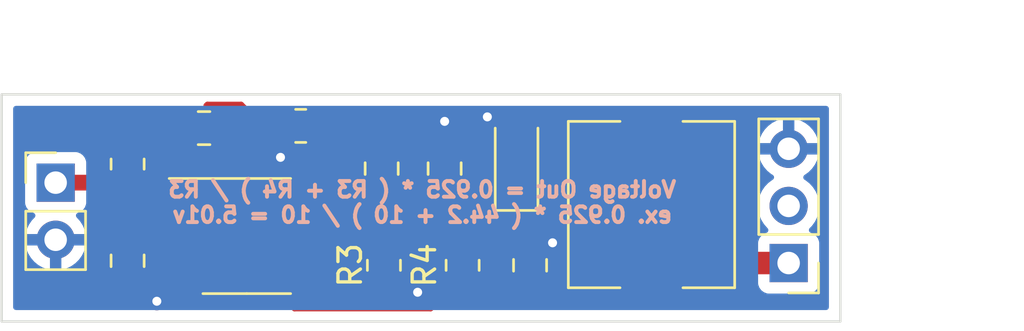
<source format=kicad_pcb>
(kicad_pcb (version 20211014) (generator pcbnew)
  (layers (0 "F.Cu" signal) (31 "B.Cu" signal) (34 "B.Paste" user) (35 "F.Paste" user) (36 "B.SilkS" user "B.Silkscreen") (37 "F.SilkS" user "F.Silkscreen") (38 "B.Mask" user) (39 "F.Mask" user) (44 "Edge.Cuts" user))
  (net 0 "")
  (net 1 "GND")
  (net 2 "Net-(U1-Pad8)")
  (net 3 "Net-(R1-Pad2)")
  (net 4 "Net-(U1-Pad6)")
  (net 5 "Net-(L1-Pad2)")
  (net 6 "Net-(L1-Pad1)")
  (net 7 "Net-(C4-Pad2)")
  (net 8 "Net-(R2-Pad2)")
  (net 9 "Net-(R4-Pad2)")
  (net 10 "Net-(C6-Pad2)")
  (footprint "Resistor_SMD:R_0805_2012Metric" (layer "F.Cu") (at 149.1 83)
    (fp_text reference "R1" hide)
    (fp_text value "6.8K")
    (fp_line (start -0.227064 -0.735) (end 0.227064 -0.735) (layer "F.SilkS") (width 0.12))
    (fp_line (start -0.227064 0.735) (end 0.227064 0.735) (layer "F.SilkS") (width 0.12))
    (pad "1" smd roundrect (at -0.9125 0) (size 1.025 1.4) (layers "F.Cu" "F.Paste" "F.Mask") (roundrect_rratio 0.243902) (net 1 "GND"))
    (pad "2" smd roundrect (at 0.9125 0) (size 1.025 1.4) (layers "F.Cu" "F.Paste" "F.Mask") (roundrect_rratio 0.243902) (net 3 "Net-(R1-Pad2)"))
  )
  (footprint "Connector_PinHeader_2.54mm:PinHeader_1x03_P2.54mm_Vertical" (layer "F.Cu") (at 170.8 89.1 180)
    (fp_text reference "J2" hide)
    (fp_text value "OUTPUT")
    (fp_line (start -1.33 1.27) (end 1.33 1.27) (layer "F.SilkS") (width 0.12))
    (fp_line (start -1.33 6.41) (end 1.33 6.41) (layer "F.SilkS") (width 0.12))
    (fp_line (start 1.33 1.27) (end 1.33 6.41) (layer "F.SilkS") (width 0.12))
    (fp_line (start -1.33 0) (end -1.33 -1.33) (layer "F.SilkS") (width 0.12))
    (fp_line (start -1.33 -1.33) (end 0 -1.33) (layer "F.SilkS") (width 0.12))
    (fp_line (start -1.33 1.27) (end -1.33 6.41) (layer "F.SilkS") (width 0.12))
    (pad "1" thru_hole rect (at 0 0 180) (size 1.7 1.7) (drill 1) (layers *.Cu *.Mask) (net 6 "Net-(L1-Pad1)"))
    (pad "2" thru_hole oval (at 0 2.54 180) (size 1.7 1.7) (drill 1) (layers *.Cu *.Mask))
    (pad "3" thru_hole oval (at 0 5.08 180) (size 1.7 1.7) (drill 1) (layers *.Cu *.Mask) (net 1 "GND"))
  )
  (footprint "Resistor_SMD:R_0805_2012Metric" (layer "F.Cu") (at 156.3 89.2 90)
    (fp_text reference "R4" (at 0 -1.7 90) (layer "F.SilkS"))
    (fp_text value "44.2K")
    (fp_line (start -0.227064 -0.735) (end 0.227064 -0.735) (layer "F.SilkS") (width 0.12))
    (fp_line (start -0.227064 0.735) (end 0.227064 0.735) (layer "F.SilkS") (width 0.12))
    (pad "1" smd roundrect (at -0.9125 0 90) (size 1.025 1.4) (layers "F.Cu" "F.Paste" "F.Mask") (roundrect_rratio 0.243902) (net 6 "Net-(L1-Pad1)"))
    (pad "2" smd roundrect (at 0.9125 0 90) (size 1.025 1.4) (layers "F.Cu" "F.Paste" "F.Mask") (roundrect_rratio 0.243902) (net 9 "Net-(R4-Pad2)"))
  )
  (footprint "Diode_SMD:Nexperia_CFP3_SOD-123W" (layer "F.Cu") (at 158.7 84.5 90)
    (fp_text reference "D1" hide)
    (fp_text value "SS34")
    (fp_line (start -2.26 -0.95) (end 1.4 -0.95) (layer "F.SilkS") (width 0.12))
    (fp_line (start -2.26 -0.95) (end -2.26 0.95) (layer "F.SilkS") (width 0.12))
    (fp_line (start -2.26 0.95) (end 1.4 0.95) (layer "F.SilkS") (width 0.12))
    (pad "1" smd rect (at -1.4 0 90) (size 1.2 1.2) (layers "F.Cu" "F.Paste" "F.Mask") (net 5 "Net-(L1-Pad2)"))
    (pad "2" smd rect (at 1.4 0 90) (size 1.2 1.2) (layers "F.Cu" "F.Paste" "F.Mask") (net 1 "GND"))
  )
  (footprint "Connector_PinHeader_2.54mm:PinHeader_1x02_P2.54mm_Vertical" (layer "F.Cu") (at 138.2 85.525)
    (fp_text reference "J1" hide)
    (fp_text value "INPUT")
    (fp_line (start -1.33 1.27) (end 1.33 1.27) (layer "F.SilkS") (width 0.12))
    (fp_line (start -1.33 -1.33) (end 0 -1.33) (layer "F.SilkS") (width 0.12))
    (fp_line (start -1.33 1.27) (end -1.33 3.87) (layer "F.SilkS") (width 0.12))
    (fp_line (start -1.33 3.87) (end 1.33 3.87) (layer "F.SilkS") (width 0.12))
    (fp_line (start -1.33 0) (end -1.33 -1.33) (layer "F.SilkS") (width 0.12))
    (fp_line (start 1.33 1.27) (end 1.33 3.87) (layer "F.SilkS") (width 0.12))
    (pad "1" thru_hole rect (at 0 0) (size 1.7 1.7) (drill 1) (layers *.Cu *.Mask) (net 10 "Net-(C6-Pad2)"))
    (pad "2" thru_hole oval (at 0 2.54) (size 1.7 1.7) (drill 1) (layers *.Cu *.Mask) (net 1 "GND"))
  )
  (footprint "Inductor_SMD:L_7.3x7.3_H3.5" (layer "F.Cu") (at 164.7 86.5 90)
    (fp_text reference "L1" hide)
    (fp_text value "10uH")
    (fp_line (start 3.7 -3.7) (end 3.7 -1.4) (layer "F.SilkS") (width 0.12))
    (fp_line (start -3.7 3.7) (end -3.7 1.4) (layer "F.SilkS") (width 0.12))
    (fp_line (start -3.7 -1.4) (end -3.7 -3.7) (layer "F.SilkS") (width 0.12))
    (fp_line (start 3.7 3.7) (end -3.7 3.7) (layer "F.SilkS") (width 0.12))
    (fp_line (start -3.7 -3.7) (end 3.7 -3.7) (layer "F.SilkS") (width 0.12))
    (fp_line (start 3.7 1.4) (end 3.7 3.7) (layer "F.SilkS") (width 0.12))
    (pad "1" smd rect (at -3.2 0 90) (size 1.5 2.2) (layers "F.Cu" "F.Paste" "F.Mask") (net 6 "Net-(L1-Pad1)"))
    (pad "2" smd rect (at 3.2 0 90) (size 1.5 2.2) (layers "F.Cu" "F.Paste" "F.Mask") (net 5 "Net-(L1-Pad2)"))
  )
  (footprint "Resistor_SMD:R_0805_2012Metric" (layer "F.Cu") (at 141.4 84.7 90)
    (fp_text reference "R2" hide)
    (fp_text value "100K")
    (fp_line (start -0.227064 -0.735) (end 0.227064 -0.735) (layer "F.SilkS") (width 0.12))
    (fp_line (start -0.227064 0.735) (end 0.227064 0.735) (layer "F.SilkS") (width 0.12))
    (pad "1" smd roundrect (at -0.9125 0 90) (size 1.025 1.4) (layers "F.Cu" "F.Paste" "F.Mask") (roundrect_rratio 0.243902) (net 10 "Net-(C6-Pad2)"))
    (pad "2" smd roundrect (at 0.9125 0 90) (size 1.025 1.4) (layers "F.Cu" "F.Paste" "F.Mask") (roundrect_rratio 0.243902) (net 8 "Net-(R2-Pad2)"))
  )
  (footprint "Capacitor_SMD:C_0805_2012Metric" (layer "F.Cu") (at 141.4 89 90)
    (fp_text reference "C6" hide)
    (fp_text value "22uF")
    (fp_line (start -0.261252 0.735) (end 0.261252 0.735) (layer "F.SilkS") (width 0.12))
    (fp_line (start -0.261252 -0.735) (end 0.261252 -0.735) (layer "F.SilkS") (width 0.12))
    (pad "1" smd roundrect (at -0.95 0 90) (size 1 1.45) (layers "F.Cu" "F.Paste" "F.Mask") (net 1 "GND"))
    (pad "2" smd roundrect (at 0.95 0 90) (size 1 1.45) (layers "F.Cu" "F.Paste" "F.Mask") (net 10 "Net-(C6-Pad2)"))
  )
  (footprint "Package_SO:SOIC-8_3.9x4.9mm_P1.27mm" (layer "F.Cu") (at 146.7 87.9)
    (fp_text reference "U1" hide)
    (fp_text value "MP2303ADN")
    (fp_line (start 0 -2.56) (end 1.95 -2.56) (layer "F.SilkS") (width 0.12))
    (fp_line (start 0 2.56) (end 1.95 2.56) (layer "F.SilkS") (width 0.12))
    (fp_line (start 0 -2.56) (end -3.45 -2.56) (layer "F.SilkS") (width 0.12))
    (fp_line (start 0 2.56) (end -1.95 2.56) (layer "F.SilkS") (width 0.12))
    (pad "1" smd roundrect (at -2.475 -1.905) (size 1.95 0.6) (layers "F.Cu" "F.Paste" "F.Mask") (net 7 "Net-(C4-Pad2)"))
    (pad "2" smd roundrect (at -2.475 -0.635) (size 1.95 0.6) (layers "F.Cu" "F.Paste" "F.Mask") (net 10 "Net-(C6-Pad2)"))
    (pad "3" smd roundrect (at -2.475 0.635) (size 1.95 0.6) (layers "F.Cu" "F.Paste" "F.Mask") (net 5 "Net-(L1-Pad2)"))
    (pad "4" smd roundrect (at -2.475 1.905) (size 1.95 0.6) (layers "F.Cu" "F.Paste" "F.Mask") (net 1 "GND"))
    (pad "5" smd roundrect (at 2.475 1.905) (size 1.95 0.6) (layers "F.Cu" "F.Paste" "F.Mask") (net 9 "Net-(R4-Pad2)"))
    (pad "6" smd roundrect (at 2.475 0.635) (size 1.95 0.6) (layers "F.Cu" "F.Paste" "F.Mask") (net 4 "Net-(U1-Pad6)"))
    (pad "7" smd roundrect (at 2.475 -0.635) (size 1.95 0.6) (layers "F.Cu" "F.Paste" "F.Mask") (net 8 "Net-(R2-Pad2)"))
    (pad "8" smd roundrect (at 2.475 -1.905) (size 1.95 0.6) (layers "F.Cu" "F.Paste" "F.Mask") (net 2 "Net-(U1-Pad8)"))
  )
  (footprint "Capacitor_SMD:C_0805_2012Metric" (layer "F.Cu") (at 152.7 84.9 -90)
    (fp_text reference "C2" hide)
    (fp_text value "3.9nF")
    (fp_line (start -0.261252 -0.735) (end 0.261252 -0.735) (layer "F.SilkS") (width 0.12))
    (fp_line (start -0.261252 0.735) (end 0.261252 0.735) (layer "F.SilkS") (width 0.12))
    (pad "1" smd roundrect (at -0.95 0 270) (size 1 1.45) (layers "F.Cu" "F.Paste" "F.Mask") (net 3 "Net-(R1-Pad2)"))
    (pad "2" smd roundrect (at 0.95 0 270) (size 1 1.45) (layers "F.Cu" "F.Paste" "F.Mask") (net 4 "Net-(U1-Pad6)"))
  )
  (footprint "Capacitor_SMD:C_0805_2012Metric" (layer "F.Cu") (at 155.5 84.9 -90)
    (fp_text reference "C1" hide)
    (fp_text value "100nF")
    (fp_line (start -0.261252 0.735) (end 0.261252 0.735) (layer "F.SilkS") (width 0.12))
    (fp_line (start -0.261252 -0.735) (end 0.261252 -0.735) (layer "F.SilkS") (width 0.12))
    (pad "1" smd roundrect (at -0.95 0 270) (size 1 1.45) (layers "F.Cu" "F.Paste" "F.Mask") (net 1 "GND"))
    (pad "2" smd roundrect (at 0.95 0 270) (size 1 1.45) (layers "F.Cu" "F.Paste" "F.Mask") (net 2 "Net-(U1-Pad8)"))
  )
  (footprint "Capacitor_SMD:C_0805_2012Metric" (layer "F.Cu") (at 159.3 89.2 -90)
    (fp_text reference "C5" hide)
    (fp_text value "22uF")
    (fp_line (start -0.261252 0.735) (end 0.261252 0.735) (layer "F.SilkS") (width 0.12))
    (fp_line (start -0.261252 -0.735) (end 0.261252 -0.735) (layer "F.SilkS") (width 0.12))
    (pad "1" smd roundrect (at -0.95 0 270) (size 1 1.45) (layers "F.Cu" "F.Paste" "F.Mask") (net 1 "GND"))
    (pad "2" smd roundrect (at 0.95 0 270) (size 1 1.45) (layers "F.Cu" "F.Paste" "F.Mask") (net 6 "Net-(L1-Pad1)"))
  )
  (footprint "Resistor_SMD:R_0805_2012Metric" (layer "F.Cu") (at 152.8 89.2 90)
    (fp_text reference "R3" (at 0 -1.5 90) (layer "F.SilkS"))
    (fp_text value "10K")
    (fp_line (start -0.227064 0.735) (end 0.227064 0.735) (layer "F.SilkS") (width 0.12))
    (fp_line (start -0.227064 -0.735) (end 0.227064 -0.735) (layer "F.SilkS") (width 0.12))
    (pad "1" smd roundrect (at -0.9125 0 90) (size 1.025 1.4) (layers "F.Cu" "F.Paste" "F.Mask") (roundrect_rratio 0.243902) (net 1 "GND"))
    (pad "2" smd roundrect (at 0.9125 0 90) (size 1.025 1.4) (layers "F.Cu" "F.Paste" "F.Mask") (roundrect_rratio 0.243902) (net 9 "Net-(R4-Pad2)"))
  )
  (footprint "Capacitor_SMD:C_0805_2012Metric" (layer "F.Cu") (at 144.8 83.1 180)
    (fp_text reference "C4" hide)
    (fp_text value "10nF")
    (fp_line (start -0.261252 0.735) (end 0.261252 0.735) (layer "F.SilkS") (width 0.12))
    (fp_line (start -0.261252 -0.735) (end 0.261252 -0.735) (layer "F.SilkS") (width 0.12))
    (pad "1" smd roundrect (at -0.95 0 180) (size 1 1.45) (layers "F.Cu" "F.Paste" "F.Mask") (net 5 "Net-(L1-Pad2)"))
    (pad "2" smd roundrect (at 0.95 0 180) (size 1 1.45) (layers "F.Cu" "F.Paste" "F.Mask") (net 7 "Net-(C4-Pad2)"))
  )
  (gr_rect (start 135.8 81.6) (end 173.1 91.7) (layer "Edge.Cuts") (width 0.1) (fill none))
  (gr_text "Voltage Out = 0.925 * ( R3 + R4 ) / R3\nex. 0.925 * ( 44.2 + 10 ) / 10 = 5.01v" (at 154.5 86.4) (layer "B.SilkS") (effects (font (size 0.7 0.7) (thickness 0.175)) (justify mirror)))
  (segment (start 154.0125 90.1125) (end 154.3 90.4) (width 0.25) (layer "F.Cu") (net 1))
  (segment (start 148.1875 83) (end 148.1875 84.3875) (width 0.25) (layer "F.Cu") (net 1))
  (segment (start 144.225 89.805) (end 141.545 89.805) (width 0.25) (layer "F.Cu") (net 1))
  (segment (start 141.4 89.95) (end 141.85 89.95) (width 0.25) (layer "F.Cu") (net 1))
  (segment (start 141.85 89.95) (end 142.7 90.8) (width 0.25) (layer "F.Cu") (net 1))
  (segment (start 158.7 83.1) (end 157.9 83.1) (width 0.25) (layer "F.Cu") (net 1))
  (segment (start 157.9 83.1) (end 157.4 82.6) (width 0.25) (layer "F.Cu") (net 1))
  (segment (start 152.8 90.1125) (end 154.0125 90.1125) (width 0.25) (layer "F.Cu") (net 1))
  (segment (start 160.25 88.25) (end 160.3 88.2) (width 0.25) (layer "F.Cu") (net 1))
  (segment (start 159.3 88.25) (end 160.25 88.25) (width 0.25) (layer "F.Cu") (net 1))
  (segment (start 141.545 89.805) (end 141.4 89.95) (width 0.25) (layer "F.Cu") (net 1))
  (segment (start 155.5 83.95) (end 155.5 82.8) (width 0.25) (layer "F.Cu") (net 1))
  (segment (start 148.1875 84.3875) (end 148.2 84.4) (width 0.25) (layer "F.Cu") (net 1))
  (via (at 148.2 84.4) (size 0.8) (drill 0.4) (layers "F.Cu" "B.Cu") (net 1))
  (via (at 142.7 90.8) (size 0.8) (drill 0.4) (layers "F.Cu" "B.Cu") (net 1))
  (via (at 160.3 88.2) (size 0.8) (drill 0.4) (layers "F.Cu" "B.Cu") (net 1))
  (via (at 155.5 82.8) (size 0.8) (drill 0.4) (layers "F.Cu" "B.Cu") (net 1))
  (via (at 154.3 90.4) (size 0.8) (drill 0.4) (layers "F.Cu" "B.Cu") (net 1))
  (via (at 157.4 82.6) (size 0.8) (drill 0.4) (layers "F.Cu" "B.Cu") (net 1))
  (segment (start 155.5 85.85) (end 154.65 85.85) (width 0.25) (layer "F.Cu") (net 2))
  (segment (start 153.8 85) (end 150.3 85) (width 0.25) (layer "F.Cu") (net 2))
  (segment (start 154.65 85.85) (end 153.8 85) (width 0.25) (layer "F.Cu") (net 2))
  (segment (start 150.3 85) (end 149.305 85.995) (width 0.25) (layer "F.Cu") (net 2))
  (segment (start 149.305 85.995) (end 149.175 85.995) (width 0.25) (layer "F.Cu") (net 2))
  (segment (start 152.7 83.95) (end 152.7 83.8) (width 0.25) (layer "F.Cu") (net 3))
  (segment (start 152.7 83.8) (end 151.8 82.9) (width 0.25) (layer "F.Cu") (net 3))
  (segment (start 150.1125 82.9) (end 150.0125 83) (width 0.25) (layer "F.Cu") (net 3))
  (segment (start 151.8 82.9) (end 150.1125 82.9) (width 0.25) (layer "F.Cu") (net 3))
  (segment (start 150.9 88.5) (end 150.865 88.535) (width 0.25) (layer "F.Cu") (net 4))
  (segment (start 152.7 86) (end 150.9 87.8) (width 0.25) (layer "F.Cu") (net 4))
  (segment (start 150.865 88.535) (end 149.175 88.535) (width 0.25) (layer "F.Cu") (net 4))
  (segment (start 152.7 85.85) (end 152.7 86) (width 0.25) (layer "F.Cu") (net 4))
  (segment (start 150.9 87.8) (end 150.9 88.5) (width 0.25) (layer "F.Cu") (net 4))
  (segment (start 148.824511 91.124511) (end 145.55 87.85) (width 0.25) (layer "F.Cu") (net 5))
  (segment (start 157.8 86.8) (end 157.8 89.1) (width 0.25) (layer "F.Cu") (net 5))
  (segment (start 155.612027 89.27548) (end 155 89.887507) (width 0.25) (layer "F.Cu") (net 5))
  (segment (start 145.75 83.1) (end 145.75 87.65) (width 0.25) (layer "F.Cu") (net 5))
  (segment (start 158.7 85.9) (end 157.8 86.8) (width 0.25) (layer "F.Cu") (net 5))
  (segment (start 154.875489 91.124511) (end 148.824511 91.124511) (width 0.25) (layer "F.Cu") (net 5))
  (segment (start 145.55 87.85) (end 144.865 88.535) (width 0.25) (layer "F.Cu") (net 5))
  (segment (start 161.3 83.3) (end 158.7 85.9) (width 0.25) (layer "F.Cu") (net 5))
  (segment (start 155 90) (end 155.024511 90.024511) (width 0.25) (layer "F.Cu") (net 5))
  (segment (start 157.8 89.1) (end 157.62452 89.27548) (width 0.25) (layer "F.Cu") (net 5))
  (segment (start 155 89.887507) (end 155 90) (width 0.25) (layer "F.Cu") (net 5))
  (segment (start 164.7 83.3) (end 161.3 83.3) (width 0.25) (layer "F.Cu") (net 5))
  (segment (start 157.62452 89.27548) (end 155.612027 89.27548) (width 0.25) (layer "F.Cu") (net 5))
  (segment (start 145.75 87.65) (end 145.55 87.85) (width 0.25) (layer "F.Cu") (net 5))
  (segment (start 144.865 88.535) (end 144.225 88.535) (width 0.25) (layer "F.Cu") (net 5))
  (segment (start 155.024511 90.024511) (end 155.024511 90.975489) (width 0.25) (layer "F.Cu") (net 5))
  (segment (start 155.024511 90.975489) (end 154.875489 91.124511) (width 0.25) (layer "F.Cu") (net 5))
  (segment (start 159.3 90.15) (end 156.3375 90.15) (width 0.25) (layer "F.Cu") (net 6))
  (segment (start 164.7 89.7) (end 159.75 89.7) (width 0.25) (layer "F.Cu") (net 6))
  (segment (start 170.8 89.1) (end 165.3 89.1) (width 1) (layer "F.Cu") (net 6))
  (segment (start 159.75 89.7) (end 159.3 90.15) (width 0.25) (layer "F.Cu") (net 6))
  (segment (start 156.3375 90.15) (end 156.3 90.1125) (width 0.25) (layer "F.Cu") (net 6))
  (segment (start 143 83.1) (end 142.7 82.8) (width 0.25) (layer "F.Cu") (net 7))
  (segment (start 143.85 83.1) (end 143 83.1) (width 0.25) (layer "F.Cu") (net 7))
  (segment (start 140.3 83.1) (end 140.3 84.6) (width 0.25) (layer "F.Cu") (net 7))
  (segment (start 142.7 82.8) (end 140.6 82.8) (width 0.25) (layer "F.Cu") (net 7))
  (segment (start 140.6 82.8) (end 140.3 83.1) (width 0.25) (layer "F.Cu") (net 7))
  (segment (start 140.3 84.6) (end 140.32452 84.62452) (width 0.25) (layer "F.Cu") (net 7))
  (segment (start 143.395 85.995) (end 144.225 85.995) (width 0.25) (layer "F.Cu") (net 7))
  (segment (start 142.02452 84.62452) (end 143.395 85.995) (width 0.25) (layer "F.Cu") (net 7))
  (segment (start 140.32452 84.62452) (end 142.02452 84.62452) (width 0.25) (layer "F.Cu") (net 7))
  (segment (start 142.84952 84.14952) (end 143.4 84.7) (width 0.25) (layer "F.Cu") (net 8))
  (segment (start 143.4 84.7) (end 144.7 84.7) (width 0.25) (layer "F.Cu") (net 8))
  (segment (start 146.45048 82.05048) (end 146.8 82.4) (width 0.25) (layer "F.Cu") (net 8))
  (segment (start 141.76202 84.14952) (end 142.84952 84.14952) (width 0.25) (layer "F.Cu") (net 8))
  (segment (start 146.8 82.4) (end 146.8 86.2) (width 0.25) (layer "F.Cu") (net 8))
  (segment (start 141.4 83.7875) (end 141.76202 84.14952) (width 0.25) (layer "F.Cu") (net 8))
  (segment (start 144.94952 82.05048) (end 146.45048 82.05048) (width 0.25) (layer "F.Cu") (net 8))
  (segment (start 146.8 86.2) (end 147.865 87.265) (width 0.25) (layer "F.Cu") (net 8))
  (segment (start 144.9 82.1) (end 144.94952 82.05048) (width 0.25) (layer "F.Cu") (net 8))
  (segment (start 144.7 84.7) (end 144.9 84.5) (width 0.25) (layer "F.Cu") (net 8))
  (segment (start 144.9 84.5) (end 144.9 82.1) (width 0.25) (layer "F.Cu") (net 8))
  (segment (start 147.865 87.265) (end 149.175 87.265) (width 0.25) (layer "F.Cu") (net 8))
  (segment (start 156.3 88.2875) (end 152.8 88.2875) (width 0.25) (layer "F.Cu") (net 9))
  (segment (start 152.4125 88.2875) (end 152.8 88.2875) (width 0.25) (layer "F.Cu") (net 9))
  (segment (start 150.895 89.805) (end 152.4125 88.2875) (width 0.25) (layer "F.Cu") (net 9))
  (segment (start 149.175 89.805) (end 150.895 89.805) (width 0.25) (layer "F.Cu") (net 9))
  (segment (start 144.225 87.265) (end 143.065 87.265) (width 0.25) (layer "F.Cu") (net 10))
  (segment (start 141.4125 85.6125) (end 141.4 85.6125) (width 0.25) (layer "F.Cu") (net 10))
  (segment (start 141.3125 85.525) (end 141.4 85.6125) (width 0.25) (layer "F.Cu") (net 10))
  (segment (start 143.065 87.265) (end 141.4125 85.6125) (width 0.25) (layer "F.Cu") (net 10))
  (segment (start 138.2 85.525) (end 141.3125 85.525) (width 0.7) (layer "F.Cu") (net 10))
  (segment (start 141.4 88.05) (end 141.4 85.6125) (width 0.25) (layer "F.Cu") (net 10))
  (zone (net 1) (net_name "GND") (layer "B.Cu") (connect_pads (clearance 0.508)) (min_thickness 0.254) (fill yes (thermal_gap 0.508) (thermal_bridge_width 0.508))
    (polygon (pts (xy 173 91.6) (xy 135.9 91.6) (xy 135.9 81.7) (xy 173 81.7)))
  )
)
</source>
